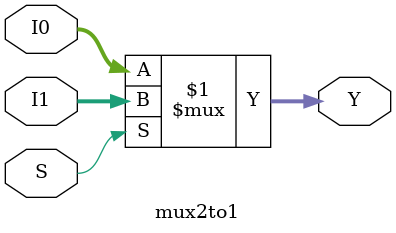
<source format=v>
`timescale 1ns / 1ps


module mux2to1(I0,I1,S,Y);

input [31:0]I0,I1;
input S;

output [31:0]Y;

assign Y=S?I1:I0;

endmodule

</source>
